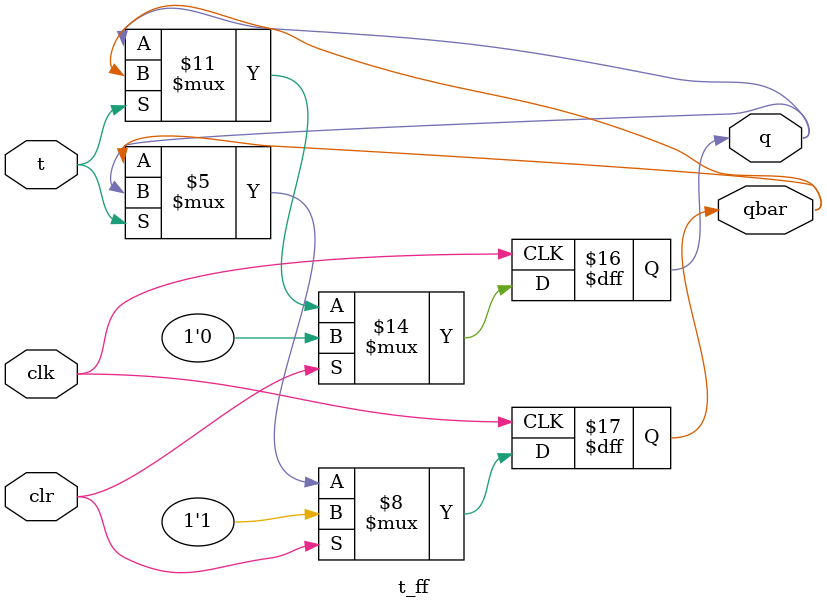
<source format=v>

module t_ff(
output reg q,qbar,
input t,clk,clr);
always @ (posedge clk)
if(clr==1'b1)
begin 
q<=1'b0; 
qbar<=1'b1;
end 
else 
if(t==1'b0)
begin
 q<=q;
 qbar<=qbar;
end 
 else
 begin 
 q<=qbar;
 qbar<=q;
 end 
 endmodule

</source>
